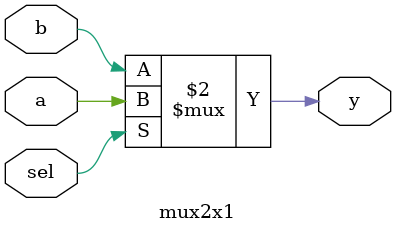
<source format=v>
`timescale 1ns / 1ps


module mux2x1 (
input sel, a,b,
output  y
    );
    
    assign y= (sel==1'b1)? a :b;
endmodule


</source>
